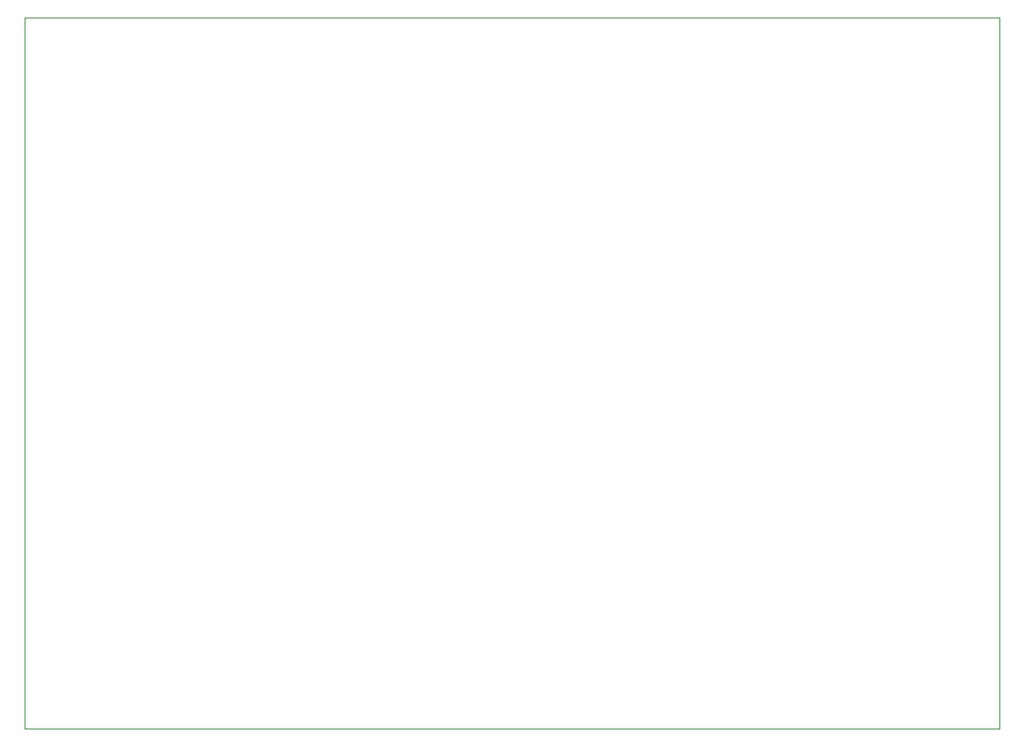
<source format=gm1>
%TF.GenerationSoftware,KiCad,Pcbnew,6.0.1+dfsg-1*%
%TF.CreationDate,2022-01-27T04:31:12+00:00*%
%TF.ProjectId,powerbox,706f7765-7262-46f7-982e-6b696361645f,rev?*%
%TF.SameCoordinates,Original*%
%TF.FileFunction,Profile,NP*%
%FSLAX46Y46*%
G04 Gerber Fmt 4.6, Leading zero omitted, Abs format (unit mm)*
G04 Created by KiCad (PCBNEW 6.0.1+dfsg-1) date 2022-01-27 04:31:12*
%MOMM*%
%LPD*%
G01*
G04 APERTURE LIST*
%TA.AperFunction,Profile*%
%ADD10C,0.050000*%
%TD*%
G04 APERTURE END LIST*
D10*
X200660000Y-91440000D02*
X200660000Y-91440000D01*
X106680000Y-91440000D02*
X200660000Y-91440000D01*
X106680000Y-160020000D02*
X106680000Y-91440000D01*
X200660000Y-91440000D02*
X200660000Y-160020000D01*
X200660000Y-160020000D02*
X106680000Y-160020000D01*
M02*

</source>
